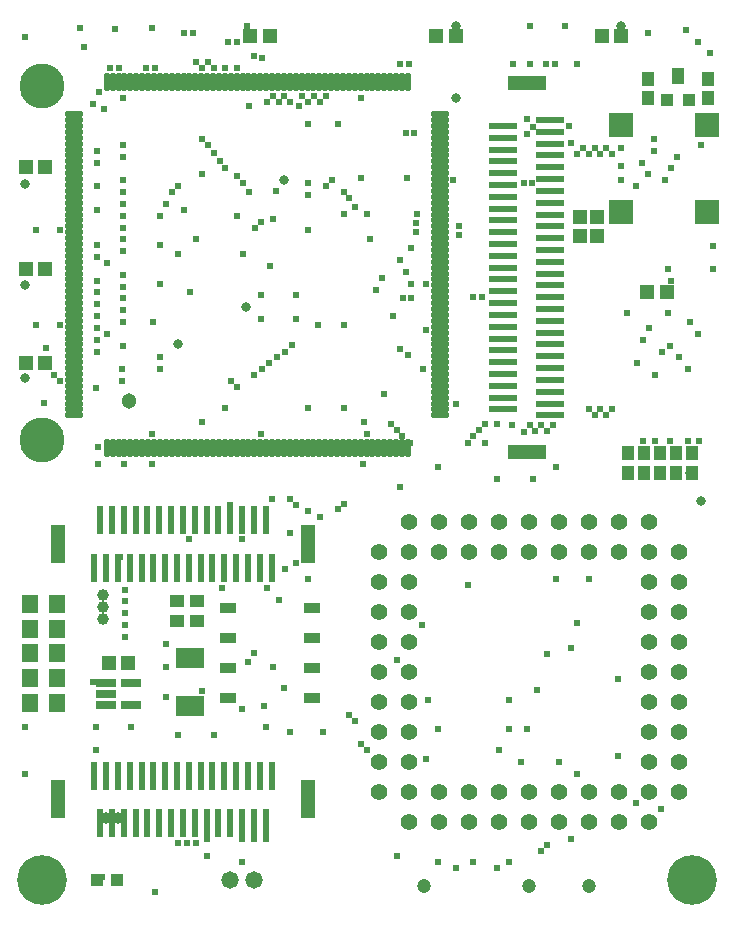
<source format=gts>
%FSLAX44Y44*%
%MOMM*%
G71*
G01*
G75*
G04 Layer_Color=8388736*
%ADD10O,1.4000X0.3000*%
%ADD11O,0.3000X1.4000*%
%ADD12R,0.9398X1.0160*%
%ADD13R,0.9400X1.0160*%
%ADD14R,1.0160X0.9398*%
%ADD15R,1.0160X0.9400*%
%ADD16R,1.2000X1.3000*%
%ADD17R,1.2700X0.7620*%
%ADD18R,0.8000X0.9000*%
%ADD19R,0.9652X0.8890*%
%ADD20R,0.9144X0.9144*%
%ADD21R,0.9144X1.2700*%
%ADD22R,0.8890X0.9652*%
%ADD23R,2.2000X0.3600*%
%ADD24R,3.0000X1.0000*%
%ADD25R,2.2000X1.5000*%
%ADD26R,1.4500X0.5500*%
%ADD27R,0.3600X2.2000*%
%ADD28R,1.0000X3.0000*%
%ADD29R,1.8000X1.8000*%
%ADD30C,0.3000*%
%ADD31C,0.2000*%
%ADD32C,1.5000*%
%ADD33C,1.0000*%
%ADD34C,0.6000*%
%ADD35C,0.5000*%
%ADD36C,0.4000*%
%ADD37C,0.2032*%
%ADD38C,0.3810*%
%ADD39C,0.2500*%
%ADD40C,0.8000*%
%ADD41C,1.2000*%
%ADD42C,1.2000*%
%ADD43C,4.0000*%
%ADD44C,3.6000*%
%ADD45C,1.2700*%
%ADD46C,0.4000*%
%ADD47C,0.6000*%
%ADD48C,0.8000*%
%ADD49C,0.5500*%
%ADD50C,1.0000*%
%ADD51C,1.1000*%
%ADD52C,1.8000*%
%ADD53C,0.5080*%
%ADD54C,0.9000*%
%ADD55C,2.0000*%
%ADD56C,1.0160*%
%ADD57C,1.6000*%
%ADD58C,1.1000*%
%ADD59C,1.2000*%
%ADD60C,1.3000*%
%ADD61C,1.4000*%
%ADD62R,1.8000X1.1000*%
%ADD63R,1.0000X1.0000*%
%ADD64O,2.0320X0.6096*%
%ADD65R,0.3000X1.5000*%
%ADD66R,0.2600X2.0000*%
%ADD67R,2.0000X0.2600*%
%ADD68R,1.5000X0.3500*%
%ADD69R,1.8000X1.2000*%
%ADD70C,0.1270*%
%ADD71C,0.2540*%
%ADD72C,0.1500*%
%ADD73C,0.2286*%
%ADD74C,0.1524*%
%ADD75C,0.3048*%
%ADD76O,1.6032X0.5032*%
%ADD77O,0.5032X1.6032*%
%ADD78R,1.1430X1.2192*%
%ADD79R,1.1432X1.2192*%
%ADD80R,1.2192X1.1430*%
%ADD81R,1.2192X1.1432*%
%ADD82R,1.4032X1.5032*%
%ADD83R,1.4732X0.9652*%
%ADD84R,1.0032X1.1032*%
%ADD85R,1.1684X1.0922*%
%ADD86R,1.1176X1.1176*%
%ADD87R,1.1176X1.4732*%
%ADD88R,1.0922X1.1684*%
%ADD89R,2.4032X0.5632*%
%ADD90R,3.2032X1.2032*%
%ADD91R,2.4032X1.7032*%
%ADD92R,1.6532X0.7532*%
%ADD93R,0.5632X2.4032*%
%ADD94R,1.2032X3.2032*%
%ADD95R,2.0032X2.0032*%
%ADD96C,1.4032*%
%ADD97C,4.2032*%
%ADD98C,3.8032*%
%ADD99C,1.4732*%
%ADD100C,0.6032*%
%ADD101C,0.8032*%
%ADD102C,1.0032*%
%ADD103C,0.7532*%
%ADD104C,1.2032*%
%ADD105C,1.3032*%
D76*
X51920Y678500D02*
D03*
Y673500D02*
D03*
Y668500D02*
D03*
Y663500D02*
D03*
Y658500D02*
D03*
Y653500D02*
D03*
Y648500D02*
D03*
Y643500D02*
D03*
Y638500D02*
D03*
Y633500D02*
D03*
Y628500D02*
D03*
Y623500D02*
D03*
Y618500D02*
D03*
Y613500D02*
D03*
Y608500D02*
D03*
Y603500D02*
D03*
Y598500D02*
D03*
Y593500D02*
D03*
Y588500D02*
D03*
Y583500D02*
D03*
Y578500D02*
D03*
Y573500D02*
D03*
Y568500D02*
D03*
Y563500D02*
D03*
Y558500D02*
D03*
Y553500D02*
D03*
Y548500D02*
D03*
Y543500D02*
D03*
Y538500D02*
D03*
Y533500D02*
D03*
Y528500D02*
D03*
Y523500D02*
D03*
Y518500D02*
D03*
Y513500D02*
D03*
Y508500D02*
D03*
Y503500D02*
D03*
Y498500D02*
D03*
Y493500D02*
D03*
Y488500D02*
D03*
Y483500D02*
D03*
Y478500D02*
D03*
Y473500D02*
D03*
Y468500D02*
D03*
Y463500D02*
D03*
Y458500D02*
D03*
Y453500D02*
D03*
Y448500D02*
D03*
Y443500D02*
D03*
Y438500D02*
D03*
Y433500D02*
D03*
Y428500D02*
D03*
Y423500D02*
D03*
X361800D02*
D03*
Y428500D02*
D03*
Y433500D02*
D03*
Y438500D02*
D03*
Y443500D02*
D03*
Y448500D02*
D03*
Y453500D02*
D03*
Y458500D02*
D03*
Y463500D02*
D03*
Y468500D02*
D03*
Y473500D02*
D03*
Y478500D02*
D03*
Y483500D02*
D03*
Y488500D02*
D03*
Y493500D02*
D03*
Y498500D02*
D03*
Y503500D02*
D03*
Y508500D02*
D03*
Y513500D02*
D03*
Y518500D02*
D03*
Y523500D02*
D03*
Y528500D02*
D03*
Y533500D02*
D03*
Y538500D02*
D03*
Y543500D02*
D03*
Y548500D02*
D03*
Y553500D02*
D03*
Y558500D02*
D03*
Y563500D02*
D03*
Y568500D02*
D03*
Y573500D02*
D03*
Y578500D02*
D03*
Y583500D02*
D03*
Y588500D02*
D03*
Y593500D02*
D03*
Y598500D02*
D03*
Y603500D02*
D03*
Y608500D02*
D03*
Y613500D02*
D03*
Y618500D02*
D03*
Y623500D02*
D03*
Y628500D02*
D03*
Y633500D02*
D03*
Y638500D02*
D03*
Y643500D02*
D03*
Y648500D02*
D03*
Y653500D02*
D03*
Y658500D02*
D03*
Y663500D02*
D03*
Y668500D02*
D03*
Y673500D02*
D03*
Y678500D02*
D03*
D77*
X79500Y395920D02*
D03*
X84500D02*
D03*
X89500D02*
D03*
X94500D02*
D03*
X99500D02*
D03*
X104500D02*
D03*
X109500D02*
D03*
X114500D02*
D03*
X119500D02*
D03*
X124500D02*
D03*
X129500D02*
D03*
X134500D02*
D03*
X139500D02*
D03*
X144500D02*
D03*
X149500D02*
D03*
X154500D02*
D03*
X159500D02*
D03*
X164500D02*
D03*
X169500D02*
D03*
X174500D02*
D03*
X179500D02*
D03*
X184500D02*
D03*
X189500D02*
D03*
X194500D02*
D03*
X199500D02*
D03*
X204500D02*
D03*
X209500D02*
D03*
X214500D02*
D03*
X219500D02*
D03*
X224500D02*
D03*
X229500D02*
D03*
X234500D02*
D03*
X239500D02*
D03*
X244500D02*
D03*
X249500D02*
D03*
X254500D02*
D03*
X259500D02*
D03*
X264500D02*
D03*
X269500D02*
D03*
X274500D02*
D03*
X279500D02*
D03*
X284500D02*
D03*
X289500D02*
D03*
X294500D02*
D03*
X299500D02*
D03*
X304500D02*
D03*
X309500D02*
D03*
X314500D02*
D03*
X319500D02*
D03*
X324500D02*
D03*
X329500D02*
D03*
X334500D02*
D03*
Y706080D02*
D03*
X329500D02*
D03*
X324500D02*
D03*
X319500D02*
D03*
X314500D02*
D03*
X309500D02*
D03*
X304500D02*
D03*
X299500D02*
D03*
X294500D02*
D03*
X289500D02*
D03*
X284500D02*
D03*
X279500D02*
D03*
X274500D02*
D03*
X269500D02*
D03*
X264500D02*
D03*
X259500D02*
D03*
X254500D02*
D03*
X249500D02*
D03*
X244500D02*
D03*
X239500D02*
D03*
X234500D02*
D03*
X229500D02*
D03*
X224500D02*
D03*
X219500D02*
D03*
X214500D02*
D03*
X209500D02*
D03*
X204500D02*
D03*
X199500D02*
D03*
X194500D02*
D03*
X189500D02*
D03*
X184500D02*
D03*
X179500D02*
D03*
X174500D02*
D03*
X169500D02*
D03*
X164500D02*
D03*
X159500D02*
D03*
X154500D02*
D03*
X149500D02*
D03*
X144500D02*
D03*
X139500D02*
D03*
X134500D02*
D03*
X129500D02*
D03*
X124500D02*
D03*
X119500D02*
D03*
X114500D02*
D03*
X109500D02*
D03*
X104500D02*
D03*
X99500D02*
D03*
X94500D02*
D03*
X89500D02*
D03*
X84500D02*
D03*
X79500D02*
D03*
D78*
X10995Y467500D02*
D03*
X358495Y745000D02*
D03*
X10995Y547500D02*
D03*
X80995Y214000D02*
D03*
X217505Y745000D02*
D03*
X10995Y634000D02*
D03*
X553505Y527500D02*
D03*
X498495Y745000D02*
D03*
D79*
X27500Y467500D02*
D03*
X375000Y745000D02*
D03*
X27500Y547500D02*
D03*
X97500Y214000D02*
D03*
X201000Y745000D02*
D03*
X27500Y634000D02*
D03*
X537000Y527500D02*
D03*
X515000Y745000D02*
D03*
D80*
X480000Y591505D02*
D03*
X494500D02*
D03*
D81*
X480000Y575000D02*
D03*
X494500D02*
D03*
D82*
X14140Y180000D02*
D03*
X37000D02*
D03*
X14640Y264000D02*
D03*
X37500D02*
D03*
X14640Y243000D02*
D03*
X37500D02*
D03*
X14640Y222000D02*
D03*
X37500D02*
D03*
X14140Y201000D02*
D03*
X37000D02*
D03*
D83*
X253660Y260000D02*
D03*
Y234600D02*
D03*
Y209200D02*
D03*
Y183800D02*
D03*
X182540Y234600D02*
D03*
Y260000D02*
D03*
Y209200D02*
D03*
Y183800D02*
D03*
D84*
X88500Y30000D02*
D03*
X71500D02*
D03*
D85*
X139240Y266250D02*
D03*
X155750D02*
D03*
X138990Y249000D02*
D03*
X155500D02*
D03*
D86*
X553725Y690340D02*
D03*
X572775D02*
D03*
D87*
X563377Y710660D02*
D03*
D88*
X537750Y708510D02*
D03*
Y692000D02*
D03*
X588750Y691990D02*
D03*
Y708500D02*
D03*
X575000Y391510D02*
D03*
Y375000D02*
D03*
X534500Y391510D02*
D03*
Y375000D02*
D03*
X521000Y391510D02*
D03*
Y375000D02*
D03*
X561500Y391510D02*
D03*
Y375000D02*
D03*
X548000Y391510D02*
D03*
Y375000D02*
D03*
D89*
X455000Y583500D02*
D03*
Y593500D02*
D03*
Y603500D02*
D03*
Y613500D02*
D03*
Y623500D02*
D03*
Y573500D02*
D03*
Y563500D02*
D03*
Y553500D02*
D03*
Y543500D02*
D03*
Y533500D02*
D03*
Y523500D02*
D03*
Y513500D02*
D03*
Y503500D02*
D03*
Y493500D02*
D03*
Y483500D02*
D03*
Y473500D02*
D03*
Y463500D02*
D03*
Y453500D02*
D03*
Y443500D02*
D03*
Y433500D02*
D03*
Y423500D02*
D03*
Y633500D02*
D03*
Y643500D02*
D03*
Y653500D02*
D03*
Y673500D02*
D03*
X415000Y528500D02*
D03*
Y538500D02*
D03*
Y548500D02*
D03*
Y558500D02*
D03*
Y568500D02*
D03*
Y578500D02*
D03*
Y588500D02*
D03*
Y598500D02*
D03*
Y608500D02*
D03*
Y618500D02*
D03*
Y658500D02*
D03*
Y648500D02*
D03*
Y638500D02*
D03*
Y628500D02*
D03*
Y518500D02*
D03*
Y508500D02*
D03*
Y498500D02*
D03*
Y488500D02*
D03*
Y478500D02*
D03*
Y468500D02*
D03*
Y458500D02*
D03*
Y448500D02*
D03*
Y438500D02*
D03*
Y428500D02*
D03*
X455000Y663500D02*
D03*
X415000Y668500D02*
D03*
D90*
X435000Y392500D02*
D03*
Y704500D02*
D03*
D91*
X150010Y217920D02*
D03*
Y177280D02*
D03*
D92*
X78500Y197000D02*
D03*
Y187500D02*
D03*
X100000Y178000D02*
D03*
Y197000D02*
D03*
X78500Y178000D02*
D03*
D93*
X74000Y334500D02*
D03*
X84000D02*
D03*
X94000D02*
D03*
X104000D02*
D03*
X114000D02*
D03*
X124000D02*
D03*
X134000D02*
D03*
X144000D02*
D03*
X154000D02*
D03*
X164000D02*
D03*
X174000D02*
D03*
X184000D02*
D03*
X194000D02*
D03*
X204000D02*
D03*
X214000D02*
D03*
X219000Y294500D02*
D03*
X209000D02*
D03*
X199000D02*
D03*
X189000D02*
D03*
X179000D02*
D03*
X169000D02*
D03*
X159000D02*
D03*
X149000D02*
D03*
X139000D02*
D03*
X129000D02*
D03*
X119000D02*
D03*
X109000D02*
D03*
X99000D02*
D03*
X89000D02*
D03*
X79000D02*
D03*
X69000D02*
D03*
X74000Y78500D02*
D03*
X69000Y118500D02*
D03*
X79000D02*
D03*
X89000D02*
D03*
X99000D02*
D03*
X109000D02*
D03*
X119000D02*
D03*
X129000D02*
D03*
X139000D02*
D03*
X149000D02*
D03*
X159000D02*
D03*
X169000D02*
D03*
X179000D02*
D03*
X189000D02*
D03*
X199000D02*
D03*
X209000D02*
D03*
X219000D02*
D03*
X104000Y78500D02*
D03*
X114000D02*
D03*
X124000D02*
D03*
X134000D02*
D03*
X144000D02*
D03*
X154000D02*
D03*
X164000D02*
D03*
X174000D02*
D03*
X184000D02*
D03*
X194000D02*
D03*
X204000D02*
D03*
X214000D02*
D03*
X84000D02*
D03*
X94000D02*
D03*
D94*
X250000Y314500D02*
D03*
X38000D02*
D03*
X250000Y98500D02*
D03*
X38000D02*
D03*
D95*
X588000Y669000D02*
D03*
X515000D02*
D03*
Y596000D02*
D03*
X588000D02*
D03*
D96*
X309600Y130300D02*
D03*
X335000Y181100D02*
D03*
Y206500D02*
D03*
X309600D02*
D03*
X335000Y282700D02*
D03*
Y308100D02*
D03*
X462000D02*
D03*
X512800D02*
D03*
X563600D02*
D03*
Y282700D02*
D03*
X538200Y206500D02*
D03*
Y181100D02*
D03*
Y130300D02*
D03*
X487400Y104900D02*
D03*
X385800Y79500D02*
D03*
X309600Y104900D02*
D03*
X335000Y130300D02*
D03*
Y155700D02*
D03*
X309600D02*
D03*
Y181100D02*
D03*
X335000Y231900D02*
D03*
X309600D02*
D03*
X335000Y257300D02*
D03*
X309600D02*
D03*
Y282700D02*
D03*
Y308100D02*
D03*
X335000Y333500D02*
D03*
X360400Y308100D02*
D03*
Y333500D02*
D03*
X385800Y308100D02*
D03*
Y333500D02*
D03*
X411200Y308100D02*
D03*
Y333500D02*
D03*
X436600Y308100D02*
D03*
Y333500D02*
D03*
X462000D02*
D03*
X487400Y308100D02*
D03*
Y333500D02*
D03*
X512800D02*
D03*
X538200Y308100D02*
D03*
Y333500D02*
D03*
Y282700D02*
D03*
Y257300D02*
D03*
X563600D02*
D03*
X538200Y231900D02*
D03*
X563600D02*
D03*
Y206500D02*
D03*
Y181100D02*
D03*
X538200Y155700D02*
D03*
X563600D02*
D03*
Y130300D02*
D03*
X538200Y104900D02*
D03*
X563600D02*
D03*
X538200Y79500D02*
D03*
X512800Y104900D02*
D03*
Y79500D02*
D03*
X487400D02*
D03*
X462000Y104900D02*
D03*
Y79500D02*
D03*
X436600Y104900D02*
D03*
Y79500D02*
D03*
X411200Y104900D02*
D03*
Y79500D02*
D03*
X385800Y104900D02*
D03*
X360400D02*
D03*
Y79500D02*
D03*
X335000Y104900D02*
D03*
Y79500D02*
D03*
D97*
X25000Y30000D02*
D03*
X575000D02*
D03*
D98*
X25000Y702500D02*
D03*
Y402500D02*
D03*
D99*
X184250Y30250D02*
D03*
X204250D02*
D03*
D100*
X220000Y590000D02*
D03*
X250000Y580000D02*
D03*
X437500Y721340D02*
D03*
X295000Y692500D02*
D03*
X297500Y417500D02*
D03*
X125000Y462500D02*
D03*
X28250Y480500D02*
D03*
X477500Y721250D02*
D03*
X190000Y740000D02*
D03*
X537500Y747500D02*
D03*
X152500D02*
D03*
X112500Y717500D02*
D03*
X145000Y747500D02*
D03*
X77500Y682500D02*
D03*
X82500Y717500D02*
D03*
X580000Y492500D02*
D03*
X571250Y462500D02*
D03*
X543750Y457500D02*
D03*
X556250Y482500D02*
D03*
X533750Y487500D02*
D03*
X581250Y402000D02*
D03*
X571250Y401750D02*
D03*
X543750D02*
D03*
X556250Y401500D02*
D03*
X253660Y183800D02*
D03*
X155500Y249000D02*
D03*
X193750Y45000D02*
D03*
X164000Y50000D02*
D03*
Y65000D02*
D03*
X204000D02*
D03*
X193750D02*
D03*
X285000Y170000D02*
D03*
X290000Y165000D02*
D03*
X295000Y145000D02*
D03*
X411250Y140000D02*
D03*
X300000D02*
D03*
X452500Y221250D02*
D03*
X472500Y226250D02*
D03*
X477500Y247500D02*
D03*
X410000Y40000D02*
D03*
X375000D02*
D03*
X360000Y45000D02*
D03*
X325000Y50000D02*
D03*
X444000Y191250D02*
D03*
X548750Y90000D02*
D03*
X527500Y95000D02*
D03*
X477500Y120000D02*
D03*
X472500Y65000D02*
D03*
X452500Y60000D02*
D03*
X447500Y55000D02*
D03*
X280000Y348750D02*
D03*
X275082Y343832D02*
D03*
X320000Y416250D02*
D03*
X325000Y411250D02*
D03*
X329750Y406250D02*
D03*
X336250Y400000D02*
D03*
X385000D02*
D03*
X390000Y406250D02*
D03*
X395000Y411250D02*
D03*
X400000Y416250D02*
D03*
X92500Y462500D02*
D03*
X350000Y535000D02*
D03*
X327750Y480000D02*
D03*
X160000Y627500D02*
D03*
X322000Y507750D02*
D03*
X335000Y721250D02*
D03*
X327750D02*
D03*
X435000Y674500D02*
D03*
X337500Y565000D02*
D03*
X195000Y560000D02*
D03*
X190000Y592500D02*
D03*
X140000Y617500D02*
D03*
X135000Y612500D02*
D03*
X130000Y602500D02*
D03*
X125000Y592500D02*
D03*
X145000Y597500D02*
D03*
X155000Y572500D02*
D03*
X125000Y567500D02*
D03*
X150000Y527500D02*
D03*
X200000Y612500D02*
D03*
X195000Y620000D02*
D03*
X190000Y626250D02*
D03*
X372500Y622500D02*
D03*
X204250Y727500D02*
D03*
X200000Y685000D02*
D03*
X477569Y645069D02*
D03*
X507500Y645000D02*
D03*
X502500Y650000D02*
D03*
X497500Y645000D02*
D03*
X210750Y725750D02*
D03*
X190000Y717500D02*
D03*
X180000D02*
D03*
X170000D02*
D03*
X165000Y722500D02*
D03*
X160000Y717500D02*
D03*
X155000Y722500D02*
D03*
X180000Y632500D02*
D03*
X175000Y639000D02*
D03*
X170000Y645250D02*
D03*
X165000Y652000D02*
D03*
X160000Y657500D02*
D03*
X67500Y687500D02*
D03*
X72750Y697500D02*
D03*
X93500Y692500D02*
D03*
X90000Y717500D02*
D03*
X210000Y587500D02*
D03*
X205000Y582500D02*
D03*
X332500Y545000D02*
D03*
X337500Y535000D02*
D03*
X215000Y688750D02*
D03*
X185000Y452500D02*
D03*
X190000Y447500D02*
D03*
X204000Y457500D02*
D03*
X210750Y462500D02*
D03*
X217250Y467750D02*
D03*
X223750Y472750D02*
D03*
X230250Y477500D02*
D03*
X236750Y482750D02*
D03*
X307500Y530000D02*
D03*
X312500Y540000D02*
D03*
X327500Y555000D02*
D03*
X302500Y572500D02*
D03*
X290000Y600000D02*
D03*
X285000Y607500D02*
D03*
X280000Y612500D02*
D03*
X265000Y617500D02*
D03*
X270000Y622500D02*
D03*
X341250Y578750D02*
D03*
Y586250D02*
D03*
X492500Y650000D02*
D03*
X487500Y645000D02*
D03*
X482500Y650000D02*
D03*
X472500Y653750D02*
D03*
X440000Y668000D02*
D03*
X435000Y661500D02*
D03*
X542500Y657250D02*
D03*
X583000Y652500D02*
D03*
X562500Y642500D02*
D03*
X557500Y632500D02*
D03*
X552500Y622500D02*
D03*
X532500Y637500D02*
D03*
X537500Y627750D02*
D03*
X527500Y617500D02*
D03*
X432500Y620000D02*
D03*
X220000Y693750D02*
D03*
X225000Y688750D02*
D03*
X230000Y693750D02*
D03*
X235000Y688750D02*
D03*
X245000Y693750D02*
D03*
X250000Y688750D02*
D03*
X255000Y693750D02*
D03*
X260000Y688750D02*
D03*
X265000Y693750D02*
D03*
X439250Y620000D02*
D03*
X542500Y647500D02*
D03*
X432500Y409750D02*
D03*
X437500Y415000D02*
D03*
X442500Y410000D02*
D03*
X447500Y415000D02*
D03*
X452500Y410000D02*
D03*
X457500Y415000D02*
D03*
X487500Y428750D02*
D03*
X492500Y423750D02*
D03*
X497500Y428750D02*
D03*
X502500Y423750D02*
D03*
X507500Y428750D02*
D03*
X377500Y576000D02*
D03*
Y584000D02*
D03*
X71000Y637500D02*
D03*
Y647500D02*
D03*
Y477500D02*
D03*
Y487500D02*
D03*
Y497500D02*
D03*
X93000Y502500D02*
D03*
Y482500D02*
D03*
X71000Y517500D02*
D03*
Y507500D02*
D03*
X93000Y512500D02*
D03*
X71000Y527500D02*
D03*
X93000Y522500D02*
D03*
X71000Y537500D02*
D03*
X93000Y542500D02*
D03*
Y532500D02*
D03*
X93000Y612500D02*
D03*
X93000Y602500D02*
D03*
Y592500D02*
D03*
Y582500D02*
D03*
X71000Y597500D02*
D03*
X93000Y562500D02*
D03*
Y572500D02*
D03*
X71000Y557500D02*
D03*
Y567500D02*
D03*
X93000Y642500D02*
D03*
Y622500D02*
D03*
X71000Y617500D02*
D03*
X235000Y352500D02*
D03*
X240000Y347500D02*
D03*
X250000Y342500D02*
D03*
X240000Y298750D02*
D03*
X260000Y337500D02*
D03*
X69000Y110000D02*
D03*
X79000D02*
D03*
X89000D02*
D03*
X99000D02*
D03*
X109000D02*
D03*
X119000D02*
D03*
X129000D02*
D03*
X139000D02*
D03*
X149000D02*
D03*
X159000D02*
D03*
X169000D02*
D03*
X179000D02*
D03*
X189000D02*
D03*
X199000D02*
D03*
X209000D02*
D03*
X219000D02*
D03*
X93000Y652500D02*
D03*
X275000Y670000D02*
D03*
X346250Y246250D02*
D03*
X351250Y182500D02*
D03*
X325000Y216250D02*
D03*
X420000Y182500D02*
D03*
X257500Y260000D02*
D03*
X219000Y352500D02*
D03*
X184000Y347500D02*
D03*
X94000Y342500D02*
D03*
X214250Y337500D02*
D03*
X235000Y323750D02*
D03*
X149000Y318750D02*
D03*
X194000D02*
D03*
X91000Y303750D02*
D03*
X230250Y293750D02*
D03*
X225000Y267500D02*
D03*
X204000Y222500D02*
D03*
X92500Y452500D02*
D03*
X70000Y446250D02*
D03*
X125000Y472500D02*
D03*
X35000Y457500D02*
D03*
X40000Y452500D02*
D03*
X94500Y382500D02*
D03*
X217500Y550000D02*
D03*
X410000Y416250D02*
D03*
X67500Y197500D02*
D03*
X550000Y477500D02*
D03*
X528750Y467500D02*
D03*
X563750Y472500D02*
D03*
X573750Y502500D02*
D03*
X515000Y622500D02*
D03*
X537000Y527500D02*
D03*
X26500Y434000D02*
D03*
X140000Y560000D02*
D03*
X75500Y32500D02*
D03*
X199000Y215000D02*
D03*
X194000Y175000D02*
D03*
X214000Y65000D02*
D03*
Y160000D02*
D03*
X538750Y497500D02*
D03*
X533750Y401750D02*
D03*
X117500Y407500D02*
D03*
X210000D02*
D03*
X347500Y462500D02*
D03*
X314500Y441250D02*
D03*
X300000Y407500D02*
D03*
X334000Y624500D02*
D03*
X295000D02*
D03*
X437500Y752750D02*
D03*
X198250D02*
D03*
X10000Y743500D02*
D03*
X57000Y751500D02*
D03*
X86250Y751000D02*
D03*
X117750Y751250D02*
D03*
X118750Y502500D02*
D03*
X72000Y396750D02*
D03*
Y382500D02*
D03*
X467500Y752750D02*
D03*
X350000Y495750D02*
D03*
X120000Y717500D02*
D03*
X375000Y433500D02*
D03*
X397500Y523500D02*
D03*
X390000D02*
D03*
X337500Y522750D02*
D03*
X330000D02*
D03*
X334250Y474250D02*
D03*
X520000Y510000D02*
D03*
X555000D02*
D03*
X410000Y370000D02*
D03*
X440000D02*
D03*
X460000Y380000D02*
D03*
X120000Y20000D02*
D03*
X155000Y61250D02*
D03*
X147500D02*
D03*
X140000D02*
D03*
X134000Y70000D02*
D03*
X124000D02*
D03*
X262500Y155000D02*
D03*
X235000D02*
D03*
X70000Y160000D02*
D03*
X100000D02*
D03*
X70000Y140000D02*
D03*
X10000Y120000D02*
D03*
Y160000D02*
D03*
X95000Y276000D02*
D03*
Y266000D02*
D03*
Y256000D02*
D03*
Y246000D02*
D03*
Y236000D02*
D03*
X340000Y662750D02*
D03*
X332500Y662500D02*
D03*
X458750Y721250D02*
D03*
X451500D02*
D03*
X423750D02*
D03*
X570000Y750000D02*
D03*
X580000Y740000D02*
D03*
X590000Y730000D02*
D03*
X557500Y537500D02*
D03*
X555000Y547500D02*
D03*
X515000Y650000D02*
D03*
Y635000D02*
D03*
X342000Y593750D02*
D03*
X300000D02*
D03*
X280000D02*
D03*
X250000Y620000D02*
D03*
Y610250D02*
D03*
X222500Y613750D02*
D03*
X470500Y668250D02*
D03*
X20000Y580000D02*
D03*
X40000Y580250D02*
D03*
X20000Y500000D02*
D03*
X40000D02*
D03*
X125000Y535000D02*
D03*
X60000Y735000D02*
D03*
X182500Y740000D02*
D03*
X487500Y285000D02*
D03*
X460000D02*
D03*
X435000Y157500D02*
D03*
X420000D02*
D03*
X360000D02*
D03*
X140000Y152500D02*
D03*
X170000D02*
D03*
X420000Y45000D02*
D03*
X390000D02*
D03*
X430000Y130000D02*
D03*
X350000Y132500D02*
D03*
X327500Y362500D02*
D03*
X117500Y382500D02*
D03*
X280000Y430000D02*
D03*
X250000D02*
D03*
X180000D02*
D03*
X385000Y280000D02*
D03*
X210000Y525000D02*
D03*
X240000D02*
D03*
X80000Y492500D02*
D03*
Y552500D02*
D03*
X240000Y505000D02*
D03*
X210000D02*
D03*
X250000Y670000D02*
D03*
X242500Y685000D02*
D03*
X130000Y230000D02*
D03*
Y210250D02*
D03*
Y185000D02*
D03*
X160000Y190250D02*
D03*
X212500Y177500D02*
D03*
X230000Y192500D02*
D03*
X220000Y210000D02*
D03*
X250000Y285000D02*
D03*
X215000Y277500D02*
D03*
X177500D02*
D03*
X258750Y500000D02*
D03*
X280000D02*
D03*
X592500Y567250D02*
D03*
Y547500D02*
D03*
X512500Y200000D02*
D03*
Y135000D02*
D03*
X462500Y130000D02*
D03*
X422500Y415000D02*
D03*
X400000Y400000D02*
D03*
X160000Y417500D02*
D03*
X296250Y382500D02*
D03*
X360000Y380000D02*
D03*
D101*
X375000Y692500D02*
D03*
X515000Y753000D02*
D03*
X230000Y622500D02*
D03*
X140000Y484250D02*
D03*
X197500Y515000D02*
D03*
X253660Y234600D02*
D03*
X573000Y375000D02*
D03*
X375000Y753000D02*
D03*
X582750Y350750D02*
D03*
X10000Y455250D02*
D03*
Y533500D02*
D03*
Y619000D02*
D03*
X37000Y201000D02*
D03*
X37500Y222000D02*
D03*
Y243000D02*
D03*
X37000Y180000D02*
D03*
X138990Y249000D02*
D03*
D102*
X79000Y82500D02*
D03*
X89000D02*
D03*
X76250Y261000D02*
D03*
X76000Y251000D02*
D03*
X76250Y271250D02*
D03*
D103*
X253660Y209200D02*
D03*
D104*
X437000Y25000D02*
D03*
X487500D02*
D03*
X347750D02*
D03*
D105*
X98500Y435750D02*
D03*
M02*

</source>
